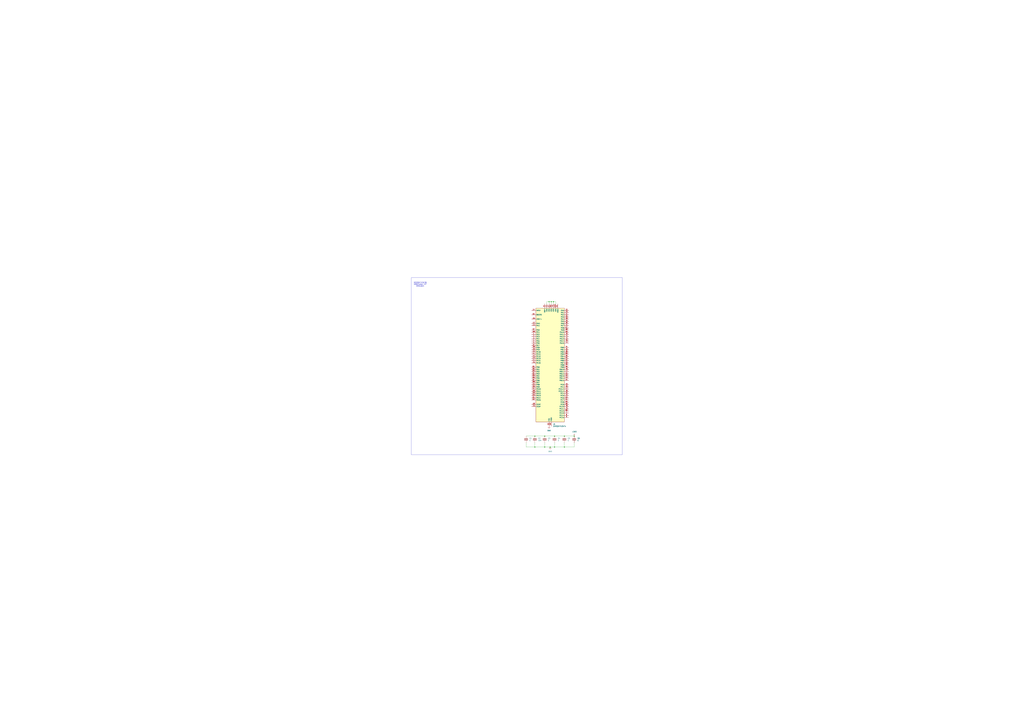
<source format=kicad_sch>
(kicad_sch (version 20231120) (generator "eeschema") (generator_version "8.0")
  (paper "A0")
  (title_block (title "Micromouse24_2"))
  (lib_symbols
    (symbol "Device:C" (pin_numbers hide) (pin_names (offset 0.254))
      (property "Reference" "C" (at 0.635 2.54 0))
      (property "Value" "C" (at 0.635 -2.54 0))
      (symbol "C_0_1"
        (polyline (pts (xy -2.032 -0.762) (xy 2.032 -0.762)) (stroke (width 0.508)))
        (polyline (pts (xy -2.032 0.762) (xy 2.032 0.762)) (stroke (width 0.508)))
      )
      (symbol "C_1_1"
        (pin passive line (at 0 3.81 270) (length 2.794) (name "~") (number "1"))
        (pin passive line (at 0 -3.81 90) (length 2.794) (name "~") (number "2"))
      )
    )
    (symbol "MCU_ST_STM32H7:STM32H743VITx"
      (property "Reference" "U" (at -15.24 67.31 0))
      (property "Value" "STM32H743VITx" (at 12.7 67.31 0))
      (symbol "STM32H743VITx_0_1"
        (rectangle (start -15.24 -66.04) (end 17.78 66.04) (stroke (width 0.254)) (fill (type background)))
      )
      (symbol "STM32H743VITx_1_1"
        (pin bidirectional line (at -20.32 35.56 0) (length 5.08) (name "PE2") (number "1"))
        (pin power_in line (at 0 -71.12 90) (length 5.08) (name "VSS") (number "10"))
        (pin power_in line (at 7.62 71.12 270) (length 5.08) (name "VDD") (number "100"))
        (pin power_in line (at -2.54 71.12 270) (length 5.08) (name "VDD") (number "11"))
        (pin bidirectional line (at -20.32 48.26 0) (length 5.08) (name "PH0") (number "12"))
        (pin bidirectional line (at -20.32 45.72 0) (length 5.08) (name "PH1") (number "13"))
        (pin input line (at -20.32 63.5 0) (length 5.08) (name "NRST") (number "14"))
        (pin bidirectional line (at 22.86 -22.86 180) (length 5.08) (name "PC0") (number "15"))
        (pin bidirectional line (at 22.86 -25.4 180) (length 5.08) (name "PC1") (number "16"))
        (pin bidirectional line (at 22.86 -27.94 180) (length 5.08) (name "PC2_C") (number "17"))
        (pin bidirectional line (at 22.86 -30.48 180) (length 5.08) (name "PC3_C") (number "18"))
        (pin power_in line (at 2.54 -71.12 90) (length 5.08) (name "VSSA") (number "19"))
        (pin bidirectional line (at -20.32 33.02 0) (length 5.08) (name "PE3") (number "2"))
        (pin input line (at -20.32 53.34 0) (length 5.08) (name "VREF+") (number "20"))
        (pin power_in line (at 10.16 71.12 270) (length 5.08) (name "VDDA") (number "21"))
        (pin bidirectional line (at 22.86 63.5 180) (length 5.08) (name "PA0") (number "22"))
        (pin bidirectional line (at 22.86 60.96 180) (length 5.08) (name "PA1") (number "23"))
        (pin bidirectional line (at 22.86 58.42 180) (length 5.08) (name "PA2") (number "24"))
        (pin bidirectional line (at 22.86 55.88 180) (length 5.08) (name "PA3") (number "25"))
        (pin passive line (at 0 -71.12 90) (length 5.08) hide (name "VSS") (number "26"))
        (pin power_in line (at 0 71.12 270) (length 5.08) (name "VDD") (number "27"))
        (pin bidirectional line (at 22.86 53.34 180) (length 5.08) (name "PA4") (number "28"))
        (pin bidirectional line (at 22.86 50.8 180) (length 5.08) (name "PA5") (number "29"))
        (pin bidirectional line (at -20.32 30.48 0) (length 5.08) (name "PE4") (number "3"))
        (pin bidirectional line (at 22.86 48.26 180) (length 5.08) (name "PA6") (number "30"))
        (pin bidirectional line (at 22.86 45.72 180) (length 5.08) (name "PA7") (number "31"))
        (pin bidirectional line (at 22.86 -33.02 180) (length 5.08) (name "PC4") (number "32"))
        (pin bidirectional line (at 22.86 -35.56 180) (length 5.08) (name "PC5") (number "33"))
        (pin bidirectional line (at 22.86 20.32 180) (length 5.08) (name "PB0") (number "34"))
        (pin bidirectional line (at 22.86 17.78 180) (length 5.08) (name "PB1") (number "35"))
        (pin bidirectional line (at 22.86 15.24 180) (length 5.08) (name "PB2") (number "36"))
        (pin bidirectional line (at -20.32 22.86 0) (length 5.08) (name "PE7") (number "37"))
        (pin bidirectional line (at -20.32 20.32 0) (length 5.08) (name "PE8") (number "38"))
        (pin bidirectional line (at -20.32 17.78 0) (length 5.08) (name "PE9") (number "39"))
        (pin bidirectional line (at -20.32 27.94 0) (length 5.08) (name "PE5") (number "4"))
        (pin bidirectional line (at -20.32 15.24 0) (length 5.08) (name "PE10") (number "40"))
        (pin bidirectional line (at -20.32 12.7 0) (length 5.08) (name "PE11") (number "41"))
        (pin bidirectional line (at -20.32 10.16 0) (length 5.08) (name "PE12") (number "42"))
        (pin bidirectional line (at -20.32 7.62 0) (length 5.08) (name "PE13") (number "43"))
        (pin bidirectional line (at -20.32 5.08 0) (length 5.08) (name "PE14") (number "44"))
        (pin bidirectional line (at -20.32 2.54 0) (length 5.08) (name "PE15") (number "45"))
        (pin bidirectional line (at 22.86 -5.08 180) (length 5.08) (name "PB10") (number "46"))
        (pin bidirectional line (at 22.86 -7.62 180) (length 5.08) (name "PB11") (number "47"))
        (pin power_out line (at -20.32 -45.72 0) (length 5.08) (name "VCAP") (number "48"))
        (pin passive line (at 0 -71.12 90) (length 5.08) hide (name "VSS") (number "49"))
        (pin bidirectional line (at -20.32 25.4 0) (length 5.08) (name "PE6") (number "5"))
        (pin power_in line (at 2.54 71.12 270) (length 5.08) (name "VDD") (number "50"))
        (pin bidirectional line (at 22.86 -10.16 180) (length 5.08) (name "PB12") (number "51"))
        (pin bidirectional line (at 22.86 -12.7 180) (length 5.08) (name "PB13") (number "52"))
        (pin bidirectional line (at 22.86 -15.24 180) (length 5.08) (name "PB14") (number "53"))
        (pin bidirectional line (at 22.86 -17.78 180) (length 5.08) (name "PB15") (number "54"))
        (pin bidirectional line (at -20.32 -22.86 0) (length 5.08) (name "PD8") (number "55"))
        (pin bidirectional line (at -20.32 -25.4 0) (length 5.08) (name "PD9") (number "56"))
        (pin bidirectional line (at -20.32 -27.94 0) (length 5.08) (name "PD10") (number "57"))
        (pin bidirectional line (at -20.32 -30.48 0) (length 5.08) (name "PD11") (number "58"))
        (pin bidirectional line (at -20.32 -33.02 0) (length 5.08) (name "PD12") (number "59"))
        (pin power_in line (at -5.08 71.12 270) (length 5.08) (name "VBAT") (number "6"))
        (pin bidirectional line (at -20.32 -35.56 0) (length 5.08) (name "PD13") (number "60"))
        (pin bidirectional line (at -20.32 -38.1 0) (length 5.08) (name "PD14") (number "61"))
        (pin bidirectional line (at -20.32 -40.64 0) (length 5.08) (name "PD15") (number "62"))
        (pin bidirectional line (at 22.86 -38.1 180) (length 5.08) (name "PC6") (number "63"))
        (pin bidirectional line (at 22.86 -40.64 180) (length 5.08) (name "PC7") (number "64"))
        (pin bidirectional line (at 22.86 -43.18 180) (length 5.08) (name "PC8") (number "65"))
        (pin bidirectional line (at 22.86 -45.72 180) (length 5.08) (name "PC9") (number "66"))
        (pin bidirectional line (at 22.86 43.18 180) (length 5.08) (name "PA8") (number "67"))
        (pin bidirectional line (at 22.86 40.64 180) (length 5.08) (name "PA9") (number "68"))
        (pin bidirectional line (at 22.86 38.1 180) (length 5.08) (name "PA10") (number "69"))
        (pin bidirectional line (at 22.86 -55.88 180) (length 5.08) (name "PC13") (number "7"))
        (pin bidirectional line (at 22.86 35.56 180) (length 5.08) (name "PA11") (number "70"))
        (pin bidirectional line (at 22.86 33.02 180) (length 5.08) (name "PA12") (number "71"))
        (pin bidirectional line (at 22.86 30.48 180) (length 5.08) (name "PA13") (number "72"))
        (pin power_out line (at -20.32 -48.26 0) (length 5.08) (name "VCAP") (number "73"))
        (pin passive line (at 0 -71.12 90) (length 5.08) hide (name "VSS") (number "74"))
        (pin power_in line (at 5.08 71.12 270) (length 5.08) (name "VDD") (number "75"))
        (pin bidirectional line (at 22.86 27.94 180) (length 5.08) (name "PA14") (number "76"))
        (pin bidirectional line (at 22.86 25.4 180) (length 5.08) (name "PA15") (number "77"))
        (pin bidirectional line (at 22.86 -48.26 180) (length 5.08) (name "PC10") (number "78"))
        (pin bidirectional line (at 22.86 -50.8 180) (length 5.08) (name "PC11") (number "79"))
        (pin bidirectional line (at 22.86 -58.42 180) (length 5.08) (name "PC14") (number "8"))
        (pin bidirectional line (at 22.86 -53.34 180) (length 5.08) (name "PC12") (number "80"))
        (pin bidirectional line (at -20.32 -2.54 0) (length 5.08) (name "PD0") (number "81"))
        (pin bidirectional line (at -20.32 -5.08 0) (length 5.08) (name "PD1") (number "82"))
        (pin bidirectional line (at -20.32 -7.62 0) (length 5.08) (name "PD2") (number "83"))
        (pin bidirectional line (at -20.32 -10.16 0) (length 5.08) (name "PD3") (number "84"))
        (pin bidirectional line (at -20.32 -12.7 0) (length 5.08) (name "PD4") (number "85"))
        (pin bidirectional line (at -20.32 -15.24 0) (length 5.08) (name "PD5") (number "86"))
        (pin bidirectional line (at -20.32 -17.78 0) (length 5.08) (name "PD6") (number "87"))
        (pin bidirectional line (at -20.32 -20.32 0) (length 5.08) (name "PD7") (number "88"))
        (pin bidirectional line (at 22.86 12.7 180) (length 5.08) (name "PB3") (number "89"))
        (pin bidirectional line (at 22.86 -60.96 180) (length 5.08) (name "PC15") (number "9"))
        (pin bidirectional line (at 22.86 10.16 180) (length 5.08) (name "PB4") (number "90"))
        (pin bidirectional line (at 22.86 7.62 180) (length 5.08) (name "PB5") (number "91"))
        (pin bidirectional line (at 22.86 5.08 180) (length 5.08) (name "PB6") (number "92"))
        (pin bidirectional line (at 22.86 2.54 180) (length 5.08) (name "PB7") (number "93"))
        (pin input line (at -20.32 58.42 0) (length 5.08) (name "BOOT0") (number "94"))
        (pin bidirectional line (at 22.86 0 180) (length 5.08) (name "PB8") (number "95"))
        (pin bidirectional line (at 22.86 -2.54 180) (length 5.08) (name "PB9") (number "96"))
        (pin bidirectional line (at -20.32 40.64 0) (length 5.08) (name "PE0") (number "97"))
        (pin bidirectional line (at -20.32 38.1 0) (length 5.08) (name "PE1") (number "98"))
        (pin passive line (at 0 -71.12 90) (length 5.08) hide (name "VSS") (number "99"))
      )
    )
    (symbol "power:+3V3" (power) (pin_numbers hide) (pin_names (offset 0) hide)
      (property "Value" "+3V3" (at 0 3.556 0))
      (symbol "+3V3_0_1"
        (polyline (pts (xy -0.762 1.27) (xy 0 2.54)))
        (polyline (pts (xy 0 0) (xy 0 2.54)))
        (polyline (pts (xy 0 2.54) (xy 0.762 1.27)))
      )
      (symbol "+3V3_1_1"
        (pin power_in line (at 0 0 90) (length 0) (name "~") (number "1"))
      )
    )
    (symbol "power:GND" (power) (pin_numbers hide) (pin_names (offset 0) hide)
      (property "Value" "GND" (at 0 -3.81 0))
      (symbol "GND_0_1"
        (polyline (pts (xy 0 0) (xy 0 -1.27) (xy 1.27 -1.27) (xy 0 -2.54) (xy -1.27 -1.27) (xy 0 -1.27)))
      )
      (symbol "GND_1_1"
        (pin power_in line (at 0 0 270) (length 0) (name "~") (number "1"))
      )
    )
  )
  (junction (at 621.03 506.73))
  (junction (at 621.03 519.43))
  (junction (at 655.32 506.73))
  (junction (at 640.08 350.52))
  (junction (at 632.46 519.43))
  (junction (at 642.62 350.52))
  (junction (at 637.54 350.52))
  (junction (at 632.46 506.73))
  (junction (at 638.81 519.43))
  (junction (at 655.32 519.43))
  (junction (at 643.89 506.73))
  (junction (at 666.75 506.73))
  (junction (at 643.89 519.43))
  (wire (pts (xy 632.46 506.73) (xy 643.89 506.73)))
  (wire (pts (xy 655.32 506.73) (xy 666.75 506.73)))
  (wire (pts (xy 638.81 519.43) (xy 643.89 519.43)))
  (wire (pts (xy 643.89 519.43) (xy 655.32 519.43)))
  (wire (pts (xy 655.32 519.43) (xy 666.75 519.43)))
  (wire (pts (xy 610.87 519.43) (xy 621.03 519.43)))
  (wire (pts (xy 643.89 506.73) (xy 655.32 506.73)))
  (wire (pts (xy 635 350.52) (xy 637.54 350.52)))
  (wire (pts (xy 610.87 514.35) (xy 610.87 519.43)))
  (wire (pts (xy 635 353.06) (xy 635 350.52)))
  (wire (pts (xy 621.03 506.73) (xy 632.46 506.73)))
  (wire (pts (xy 632.46 519.43) (xy 638.81 519.43)))
  (wire (pts (xy 655.32 519.43) (xy 655.32 514.35)))
  (wire (pts (xy 637.54 350.52) (xy 640.08 350.52)))
  (wire (pts (xy 640.08 350.52) (xy 642.62 350.52)))
  (wire (pts (xy 621.03 519.43) (xy 621.03 514.35)))
  (wire (pts (xy 632.46 514.35) (xy 632.46 519.43)))
  (wire (pts (xy 642.62 350.52) (xy 642.62 353.06)))
  (wire (pts (xy 666.75 519.43) (xy 666.75 514.35)))
  (wire (pts (xy 645.16 350.52) (xy 645.16 353.06)))
  (wire (pts (xy 643.89 519.43) (xy 643.89 514.35)))
  (wire (pts (xy 640.08 350.52) (xy 640.08 353.06)))
  (wire (pts (xy 632.46 519.43) (xy 621.03 519.43)))
  (wire (pts (xy 610.87 506.73) (xy 621.03 506.73)))
  (wire (pts (xy 642.62 350.52) (xy 645.16 350.52)))
  (wire (pts (xy 637.54 350.52) (xy 637.54 353.06)))
  (rectangle (start 477.52 322.58) (end 722.63 528.32))
  (text "STM32H743VIT6\nARM:Cortex-M7\nRAM:1024" (at 487.934 330.454 0) (effects (font (size 1.27 1.27))))
  (symbol (lib_id "Device:C") (at 643.89 510.54 0) (unit 1)
    (property "Reference" "C4" (at 647.7 509.2699 0) (effects (justify left)))
    (property "Value" "C" (at 647.7 511.8099 0) (effects (justify left)))
    (property "Footprint" "Capacitor_SMD:C_0805_2012Metric" (effects (hide yes)))
    (property "Description" "Unpolarized capacitor" (effects (hide yes)))
  )
  (symbol (lib_id "MCU_ST_STM32H7:STM32H743VITx") (at 637.54 424.18 0) (unit 1)
    (property "Reference" "U1" (at 642.2741 492.76 0) (effects (justify left)))
    (property "Value" "STM32H743VITx" (at 642.2741 495.3 0) (effects (justify left)))
    (property "Footprint" "Package_QFP:LQFP-100_14x14mm_P0.5mm" (effects (hide yes)))
    (property "Datasheet" "https://www.st.com/resource/en/datasheet/stm32h743vi.pdf" (effects (hide yes)))
    (property "Description" "STMicroelectronics Arm Cortex-M7 MCU, 2048KB flash, 1024KB RAM, 480 MHz, 1.71-3.6V, 82 GPIO, LQFP100" (effects (hide yes)))
  )
  (symbol (lib_id "Device:C") (at 666.75 510.54 0) (unit 1)
    (property "Reference" "C6" (at 670.56 509.2699 0) (effects (justify left)))
    (property "Value" "C" (at 670.56 511.8099 0) (effects (justify left)))
    (property "Footprint" "Capacitor_SMD:C_0805_2012Metric" (effects (hide yes)))
    (property "Description" "Unpolarized capacitor" (effects (hide yes)))
  )
  (symbol (lib_id "Device:C") (at 610.87 510.54 0) (unit 1)
    (property "Reference" "C1" (at 614.68 509.2699 0) (effects (justify left)))
    (property "Value" "C" (at 614.68 511.8099 0) (effects (justify left)))
    (property "Footprint" "Capacitor_SMD:C_0805_2012Metric" (effects (hide yes)))
    (property "Description" "Unpolarized capacitor" (effects (hide yes)))
  )
  (symbol (lib_id "power:GND") (at 637.54 495.3 0) (unit 1)
    (property "Reference" "#PWR01" (effects (hide yes)))
    (property "Value" "GND" (at 637.54 500.38 0))
    (property "Description" "Power symbol creates a global label with name \"GND\" , ground" (effects (hide yes)))
  )
  (symbol (lib_id "Device:C") (at 621.03 510.54 0) (unit 1)
    (property "Reference" "C2" (at 624.84 509.2699 0) (effects (justify left)))
    (property "Value" "104" (at 624.84 511.8099 0) (effects (justify left)))
    (property "Footprint" "Capacitor_SMD:C_0805_2012Metric" (effects (hide yes)))
    (property "Description" "Unpolarized capacitor" (effects (hide yes)))
  )
  (symbol (lib_id "Device:C") (at 655.32 510.54 0) (unit 1)
    (property "Reference" "C5" (at 659.13 509.2699 0) (effects (justify left)))
    (property "Value" "C" (at 659.13 511.8099 0) (effects (justify left)))
    (property "Footprint" "Capacitor_SMD:C_0805_2012Metric" (effects (hide yes)))
    (property "Description" "Unpolarized capacitor" (effects (hide yes)))
  )
  (symbol (lib_id "power:GND") (at 638.81 519.43 0) (unit 1)
    (property "Reference" "#PWR02" (effects (hide yes)))
    (property "Value" "GND" (at 638.81 524.51 0))
    (property "Description" "Power symbol creates a global label with name \"GND\" , ground" (effects (hide yes)))
  )
  (symbol (lib_id "power:+3V3") (at 666.75 506.73 0) (unit 1)
    (property "Reference" "#PWR03" (effects (hide yes)))
    (property "Value" "+3V3" (at 666.75 501.65 0))
    (property "Description" "Power symbol creates a global label with name \"+3V3\"" (effects (hide yes)))
  )
  (symbol (lib_id "Device:C") (at 632.46 510.54 0) (unit 1)
    (property "Reference" "C3" (at 636.27 509.2699 0) (effects (justify left)))
    (property "Value" "C" (at 636.27 511.8099 0) (effects (justify left)))
    (property "Footprint" "Capacitor_SMD:C_0805_2012Metric" (effects (hide yes)))
    (property "Description" "Unpolarized capacitor" (effects (hide yes)))
  )
)
</source>
